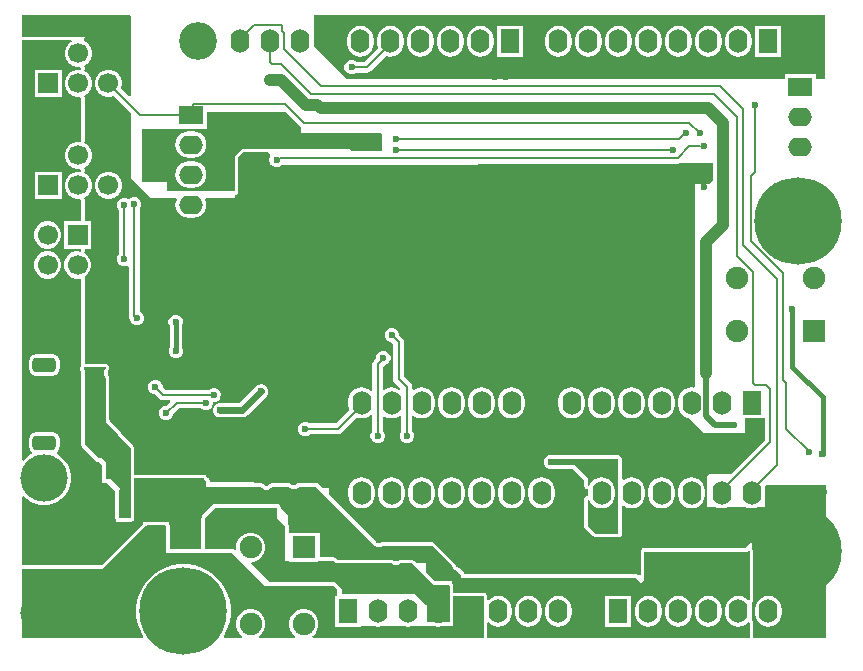
<source format=gbl>
G04*
G04 #@! TF.GenerationSoftware,Altium Limited,Altium Designer,21.0.8 (223)*
G04*
G04 Layer_Physical_Order=2*
G04 Layer_Color=16711680*
%FSLAX44Y44*%
%MOMM*%
G71*
G04*
G04 #@! TF.SameCoordinates,CB068B56-A197-48A0-A871-B344E5AE3D22*
G04*
G04*
G04 #@! TF.FilePolarity,Positive*
G04*
G01*
G75*
%ADD10C,0.2000*%
%ADD11C,0.5000*%
%ADD12C,0.4000*%
%ADD24R,1.9000X1.9000*%
%ADD64R,1.9000X1.9000*%
%ADD65C,1.9000*%
%ADD70C,0.6000*%
%ADD71C,1.0000*%
%ADD73C,3.2000*%
%ADD74R,1.6000X2.0000*%
%ADD75O,1.6000X2.0000*%
%ADD76O,2.0000X1.6000*%
%ADD77R,2.0000X1.6000*%
%ADD78R,1.7000X1.7000*%
%ADD79C,1.7000*%
G04:AMPARAMS|DCode=80|XSize=2mm|YSize=1.2mm|CornerRadius=0.3mm|HoleSize=0mm|Usage=FLASHONLY|Rotation=0.000|XOffset=0mm|YOffset=0mm|HoleType=Round|Shape=RoundedRectangle|*
%AMROUNDEDRECTD80*
21,1,2.0000,0.6000,0,0,0.0*
21,1,1.4000,1.2000,0,0,0.0*
1,1,0.6000,0.7000,-0.3000*
1,1,0.6000,-0.7000,-0.3000*
1,1,0.6000,-0.7000,0.3000*
1,1,0.6000,0.7000,0.3000*
%
%ADD80ROUNDEDRECTD80*%
%ADD81C,4.0000*%
%ADD82C,7.4000*%
%ADD83C,0.6000*%
G36*
X683000Y476000D02*
X675000D01*
Y480000D01*
X649000D01*
Y476000D01*
X278000Y476000D01*
X250000Y504000D01*
X250000Y530000D01*
X683000D01*
Y476000D01*
D02*
G37*
G36*
X94000Y530000D02*
X95000Y529586D01*
Y461788D01*
X93827Y461302D01*
X86961Y468168D01*
X87700Y470926D01*
Y473954D01*
X86916Y476879D01*
X85402Y479501D01*
X83261Y481642D01*
X80639Y483156D01*
X77714Y483940D01*
X74686D01*
X71761Y483156D01*
X69139Y481642D01*
X66998Y479501D01*
X65484Y476879D01*
X64700Y473954D01*
Y470926D01*
X65484Y468001D01*
X66998Y465379D01*
X69139Y463238D01*
X71761Y461724D01*
X74686Y460940D01*
X77714D01*
X80472Y461679D01*
X95000Y447151D01*
Y392000D01*
X112000Y375000D01*
X133105D01*
X133810Y373944D01*
X133283Y372672D01*
X132905Y369800D01*
X133283Y366928D01*
X134391Y364253D01*
X136155Y361955D01*
X138453Y360191D01*
X141128Y359083D01*
X144000Y358705D01*
X148000D01*
X150872Y359083D01*
X153547Y360191D01*
X155845Y361955D01*
X157608Y364253D01*
X158717Y366928D01*
X159095Y369800D01*
X158717Y372672D01*
X158190Y373944D01*
X158895Y375000D01*
X183000D01*
Y377941D01*
X184170Y378174D01*
X185163Y378837D01*
X185826Y379829D01*
X186059Y381000D01*
Y409733D01*
X190267Y413941D01*
X211059D01*
X213000Y412000D01*
Y410151D01*
X212500Y408943D01*
Y406557D01*
X213000Y405349D01*
Y403000D01*
X214765D01*
X215101Y402663D01*
X217306Y401750D01*
X219694D01*
X221899Y402663D01*
X222235Y403000D01*
X388000D01*
X389412Y404412D01*
X558000D01*
X559756Y404761D01*
X560113Y405000D01*
X588181D01*
Y390181D01*
X585000Y387000D01*
X573000D01*
Y215841D01*
X571730Y214777D01*
X569850Y215025D01*
X566978Y214647D01*
X564302Y213538D01*
X562005Y211775D01*
X560242Y209478D01*
X559133Y206802D01*
X558755Y203930D01*
Y199930D01*
X559133Y197058D01*
X560242Y194382D01*
X562005Y192085D01*
X564302Y190322D01*
X566978Y189213D01*
X567378Y189161D01*
X568027Y188069D01*
X568000Y188000D01*
X580000Y176000D01*
X615000D01*
Y188930D01*
X631650D01*
X631662Y187665D01*
Y170630D01*
X603031Y142000D01*
X585000D01*
X583000Y140000D01*
Y114000D01*
X589996D01*
X592378Y113013D01*
X595250Y112635D01*
X598122Y113013D01*
X600504Y114000D01*
X615396D01*
X617778Y113013D01*
X620650Y112635D01*
X623522Y113013D01*
X625904Y114000D01*
X632000D01*
Y131000D01*
X633000Y132000D01*
X684000D01*
Y3000D01*
X622059D01*
Y15605D01*
X622039Y15705D01*
X622052Y15805D01*
X621923Y16287D01*
X621826Y16776D01*
X621770Y16860D01*
X621743Y16958D01*
X621440Y17354D01*
X621163Y17768D01*
X621078Y17825D01*
X621017Y17905D01*
X621000Y17915D01*
Y32885D01*
X621017Y32895D01*
X621078Y32975D01*
X621163Y33032D01*
X621440Y33446D01*
X621743Y33842D01*
X621770Y33940D01*
X621826Y34024D01*
X621923Y34513D01*
X622052Y34995D01*
X622039Y35095D01*
X622059Y35195D01*
Y76341D01*
X621911Y77085D01*
X621826Y77511D01*
X621163Y78503D01*
X621000Y78612D01*
Y83000D01*
X620000Y84000D01*
X615059Y79059D01*
X530000D01*
X529705Y79000D01*
X528000D01*
Y78272D01*
X527837Y78163D01*
X527174Y77171D01*
X526941Y76000D01*
Y56000D01*
X524326D01*
X524163Y56163D01*
X523171Y56826D01*
X522000Y57059D01*
X522000Y57059D01*
X377848D01*
X377826Y57171D01*
X377163Y58163D01*
X373623Y61703D01*
X372631Y62366D01*
X371084Y63007D01*
X370257Y63834D01*
X369616Y65381D01*
X368953Y66373D01*
X352163Y83163D01*
X351171Y83826D01*
X350000Y84059D01*
X350000Y84059D01*
X308485D01*
X307315Y83826D01*
X307115Y83693D01*
X305585Y83059D01*
X304415D01*
X303334Y83507D01*
X302507Y84334D01*
X302396Y84600D01*
X302000Y85193D01*
Y86000D01*
X263000Y125000D01*
Y130000D01*
X257326D01*
X254163Y133163D01*
X253171Y133826D01*
X252000Y134059D01*
X252000Y134059D01*
X237485D01*
X237485Y134059D01*
X236315Y133826D01*
X235322Y133163D01*
X235322Y133163D01*
X234666Y132507D01*
X233585Y132059D01*
X232415D01*
X231334Y132507D01*
X230678Y133163D01*
X229685Y133826D01*
X228515Y134059D01*
X228515Y134059D01*
X214985D01*
X214985Y134059D01*
X213815Y133826D01*
X212822Y133163D01*
X212822Y133163D01*
X211666Y132007D01*
X210585Y131559D01*
X209415D01*
X208334Y132007D01*
X207178Y133163D01*
X206185Y133826D01*
X205015Y134059D01*
X205015Y134059D01*
X199941D01*
X199000Y135000D01*
X162059D01*
Y135748D01*
X161826Y136919D01*
X161427Y137515D01*
X161163Y137911D01*
X160459Y138382D01*
X159382Y139459D01*
X158911Y140163D01*
X158416Y140494D01*
X157919Y140826D01*
X156748Y141059D01*
X98059D01*
Y163000D01*
X98000Y163295D01*
Y164000D01*
X97776Y164245D01*
X97533Y164609D01*
X97261Y165060D01*
X77333Y186932D01*
X77059Y188303D01*
Y223015D01*
X76826Y224185D01*
X76307Y224962D01*
X76167Y225299D01*
X76108Y228056D01*
X76307Y228538D01*
X76826Y229315D01*
X77059Y230485D01*
X77059Y230485D01*
Y232000D01*
X76826Y233171D01*
X76163Y234163D01*
X75170Y234826D01*
X74000Y235059D01*
X56059D01*
Y306455D01*
X56019Y306653D01*
X56033Y306854D01*
X55904Y307233D01*
X55826Y307626D01*
X56108Y308624D01*
X56382Y309005D01*
X57061Y309398D01*
X59202Y311539D01*
X60716Y314161D01*
X61500Y317086D01*
Y320114D01*
X60716Y323039D01*
X59202Y325661D01*
X57061Y327802D01*
X56382Y328195D01*
X56108Y328576D01*
X55826Y329574D01*
X55904Y329967D01*
X56033Y330346D01*
X56019Y330547D01*
X56059Y330745D01*
Y332500D01*
X61500D01*
Y355500D01*
X56059D01*
Y374054D01*
X56019Y374252D01*
X56033Y374453D01*
X55904Y374832D01*
X55826Y375224D01*
X56649Y376178D01*
X57861Y376878D01*
X60002Y379019D01*
X61516Y381641D01*
X62300Y384566D01*
Y387594D01*
X61516Y390519D01*
X60002Y393141D01*
X57861Y395282D01*
X56649Y395982D01*
X55826Y396936D01*
X55904Y397328D01*
X56033Y397707D01*
X56019Y397909D01*
X56059Y398106D01*
Y399454D01*
X56019Y399651D01*
X56033Y399853D01*
X55904Y400232D01*
X55826Y400624D01*
X56649Y401578D01*
X57861Y402278D01*
X60002Y404419D01*
X61516Y407041D01*
X62300Y409966D01*
Y412994D01*
X61516Y415919D01*
X60002Y418541D01*
X57861Y420682D01*
X56649Y421382D01*
X55826Y422336D01*
X55904Y422728D01*
X56033Y423107D01*
X56019Y423308D01*
X56059Y423506D01*
Y460414D01*
X56019Y460611D01*
X56033Y460813D01*
X55904Y461192D01*
X55826Y461584D01*
X56649Y462538D01*
X57861Y463238D01*
X60002Y465379D01*
X61516Y468001D01*
X62300Y470926D01*
Y473954D01*
X61516Y476879D01*
X60002Y479501D01*
X57861Y481642D01*
X56649Y482342D01*
X55826Y483296D01*
X55904Y483688D01*
X56033Y484067D01*
X56019Y484268D01*
X56059Y484466D01*
Y485814D01*
X56019Y486012D01*
X56033Y486213D01*
X55904Y486592D01*
X55826Y486984D01*
X56649Y487938D01*
X57861Y488638D01*
X60002Y490779D01*
X61516Y493401D01*
X62300Y496326D01*
Y499354D01*
X61516Y502279D01*
X60002Y504901D01*
X57861Y507042D01*
X55535Y508386D01*
Y510535D01*
X57000Y512000D01*
X45085D01*
X44989Y512033D01*
X44788Y512019D01*
X44590Y512059D01*
X3000D01*
Y530000D01*
X94000D01*
D02*
G37*
G36*
X238506Y436006D02*
X239000Y435675D01*
Y430000D01*
X307000D01*
X307421Y429579D01*
Y414773D01*
X282227D01*
X280000Y417000D01*
X189000D01*
X183000Y411000D01*
Y381000D01*
X126000D01*
Y389000D01*
X105000D01*
Y434000D01*
X160000D01*
Y448000D01*
X226511D01*
X238506Y436006D01*
D02*
G37*
G36*
X44930Y507730D02*
X43739Y507042D01*
X41598Y504901D01*
X40084Y502279D01*
X39300Y499354D01*
Y496326D01*
X40084Y493401D01*
X41598Y490779D01*
X43739Y488638D01*
X46361Y487124D01*
X49286Y486340D01*
X52314D01*
X53000Y485814D01*
Y484466D01*
X52314Y483940D01*
X49286D01*
X46361Y483156D01*
X43739Y481642D01*
X41598Y479501D01*
X40084Y476879D01*
X39300Y473954D01*
Y470926D01*
X40084Y468001D01*
X41598Y465379D01*
X43739Y463238D01*
X46361Y461724D01*
X49286Y460940D01*
X52314D01*
X53000Y460414D01*
Y423506D01*
X52314Y422980D01*
X49286D01*
X46361Y422196D01*
X43739Y420682D01*
X41598Y418541D01*
X40084Y415919D01*
X39300Y412994D01*
Y409966D01*
X40084Y407041D01*
X41598Y404419D01*
X43739Y402278D01*
X46361Y400764D01*
X49286Y399980D01*
X52314D01*
X53000Y399454D01*
Y398106D01*
X52314Y397580D01*
X49286D01*
X46361Y396796D01*
X43739Y395282D01*
X41598Y393141D01*
X40084Y390519D01*
X39300Y387594D01*
Y384566D01*
X40084Y381641D01*
X41598Y379019D01*
X43739Y376878D01*
X46361Y375364D01*
X49286Y374580D01*
X52314D01*
X53000Y374054D01*
Y355500D01*
X38500D01*
Y332500D01*
X53000D01*
Y330745D01*
X51992Y329972D01*
X51514Y330100D01*
X48486D01*
X45561Y329316D01*
X42939Y327802D01*
X40798Y325661D01*
X39284Y323039D01*
X38500Y320114D01*
Y317086D01*
X39284Y314161D01*
X40798Y311539D01*
X42939Y309398D01*
X45561Y307884D01*
X48486Y307100D01*
X51514D01*
X51992Y307228D01*
X53000Y306455D01*
Y233420D01*
X52833Y233171D01*
X52347Y231997D01*
X52115Y230827D01*
X52263Y230083D01*
X52347Y229656D01*
X52941Y228767D01*
Y167000D01*
X53174Y165830D01*
X53837Y164837D01*
X53837Y164837D01*
X65837Y152837D01*
X66829Y152174D01*
X68000Y151941D01*
X68000Y151941D01*
X68059D01*
X70941Y149059D01*
Y137000D01*
X71000Y136705D01*
Y134000D01*
X73705D01*
X74000Y133941D01*
X75059D01*
X81941Y127059D01*
Y104000D01*
X82174Y102830D01*
X82837Y101837D01*
X83829Y101174D01*
X85000Y100941D01*
X94000D01*
X94000Y100941D01*
X95170Y101174D01*
X96163Y101837D01*
X96163Y101837D01*
X96326Y102000D01*
X97000D01*
X98000Y103000D01*
Y104705D01*
X98059Y105000D01*
X98059Y105000D01*
Y138000D01*
X156748D01*
X156913Y137601D01*
X158601Y135913D01*
X159000Y135748D01*
Y131000D01*
X205015D01*
X206601Y129413D01*
X208806Y128500D01*
X211194D01*
X213399Y129413D01*
X214985Y131000D01*
X228515D01*
X229601Y129914D01*
X231807Y129000D01*
X234193D01*
X236399Y129914D01*
X237485Y131000D01*
X252000D01*
X299570Y83430D01*
X299913Y82601D01*
X301601Y80913D01*
X303806Y80000D01*
X306194D01*
X308399Y80913D01*
X308485Y81000D01*
X350000D01*
X366790Y64210D01*
X367663Y62101D01*
X369351Y60413D01*
X371460Y59540D01*
X375000Y56000D01*
Y54000D01*
X522000D01*
X527000Y49000D01*
X530000Y52000D01*
Y76000D01*
X617000D01*
X617827Y76827D01*
X619000Y76341D01*
Y35195D01*
X617797Y34786D01*
X617445Y35245D01*
X615148Y37009D01*
X612472Y38117D01*
X609600Y38495D01*
X606728Y38117D01*
X604053Y37009D01*
X601755Y35245D01*
X599991Y32947D01*
X598883Y30272D01*
X598505Y27400D01*
Y23400D01*
X598883Y20528D01*
X599991Y17852D01*
X601755Y15555D01*
X604053Y13792D01*
X606728Y12683D01*
X609600Y12305D01*
X612472Y12683D01*
X615148Y13792D01*
X617445Y15555D01*
X617797Y16014D01*
X619000Y15605D01*
Y3000D01*
X397059D01*
Y15529D01*
X398261Y15937D01*
X398555Y15555D01*
X400853Y13792D01*
X403528Y12683D01*
X406400Y12305D01*
X409272Y12683D01*
X411948Y13792D01*
X414245Y15555D01*
X416008Y17852D01*
X417117Y20528D01*
X417495Y23400D01*
Y27400D01*
X417117Y30272D01*
X416008Y32947D01*
X414245Y35245D01*
X411948Y37009D01*
X409272Y38117D01*
X406400Y38495D01*
X403528Y38117D01*
X400853Y37009D01*
X398555Y35245D01*
X398261Y34863D01*
X397059Y35271D01*
Y38000D01*
X396826Y39170D01*
X396163Y40163D01*
X396000Y40272D01*
Y41000D01*
X394296D01*
X394000Y41059D01*
X368059D01*
Y47102D01*
X367826Y48273D01*
X367163Y49265D01*
X367163Y49265D01*
X367000Y49428D01*
Y51000D01*
X364398D01*
X364102Y51059D01*
X364102Y51059D01*
X352941Y51059D01*
X345000Y59000D01*
Y66000D01*
X337326D01*
X335163Y68163D01*
X335163Y68163D01*
X334170Y68826D01*
X333000Y69059D01*
X333000Y69059D01*
X323438D01*
X322267Y68826D01*
X321509Y68319D01*
X320295Y67817D01*
X319125D01*
X317912Y68319D01*
X317153Y68826D01*
X315983Y69059D01*
X315983Y69059D01*
X270267Y69059D01*
X269163Y70163D01*
X268171Y70826D01*
X267000Y71059D01*
X267000Y71059D01*
X255000D01*
Y92000D01*
X229059D01*
Y97000D01*
X229059Y97000D01*
X228826Y98170D01*
X228163Y99163D01*
X228163Y99163D01*
X228000Y99326D01*
Y107000D01*
X222059Y112941D01*
Y113000D01*
X221826Y114171D01*
X221163Y115163D01*
X220170Y115826D01*
X219000Y116059D01*
X167000D01*
X167000Y116059D01*
X166704Y116000D01*
X165000D01*
X155000Y106000D01*
Y104296D01*
X154941Y104000D01*
X154941Y104000D01*
Y78059D01*
X142321D01*
X142123Y78019D01*
X141921Y78033D01*
X141600Y77990D01*
X141279Y78033D01*
X141077Y78019D01*
X140879Y78059D01*
X128059Y78059D01*
X128059Y98000D01*
X127826Y99171D01*
X127200Y100107D01*
Y101000D01*
X125295D01*
X125000Y101059D01*
X108000Y101059D01*
X107704Y101000D01*
X105200D01*
Y99526D01*
X70674Y65000D01*
X4000D01*
X3000Y65796D01*
Y122427D01*
X4270Y122953D01*
X7088Y120135D01*
X10855Y117618D01*
X15041Y115884D01*
X19485Y115000D01*
X24015D01*
X28459Y115884D01*
X32645Y117618D01*
X36412Y120135D01*
X39615Y123338D01*
X42132Y127105D01*
X43866Y131291D01*
X44750Y135735D01*
Y140265D01*
X43866Y144709D01*
X42132Y148895D01*
X39615Y152662D01*
X36412Y155865D01*
X32645Y158382D01*
X32356Y158502D01*
X32215Y159935D01*
X33321Y160674D01*
X34647Y162659D01*
X35113Y165000D01*
Y171000D01*
X34647Y173341D01*
X33321Y175326D01*
X31336Y176652D01*
X28995Y177118D01*
X14995D01*
X12654Y176652D01*
X10669Y175326D01*
X9343Y173341D01*
X8878Y171000D01*
Y165000D01*
X9343Y162659D01*
X10669Y160674D01*
X11588Y160060D01*
X11447Y158627D01*
X10855Y158382D01*
X7088Y155865D01*
X4270Y153047D01*
X3000Y153573D01*
Y509000D01*
X44590D01*
X44930Y507730D01*
D02*
G37*
G36*
X74000Y230485D02*
X73664Y230149D01*
X72750Y227943D01*
Y225557D01*
X73664Y223351D01*
X74000Y223015D01*
Y188000D01*
X74500Y185500D01*
X95000Y163000D01*
Y105000D01*
X94000Y104000D01*
X85000D01*
Y128000D01*
X86000Y129000D01*
X78000Y137000D01*
X74000D01*
Y152000D01*
X71000Y155000D01*
X68000Y155000D01*
X56000Y167000D01*
Y230000D01*
X55173Y230827D01*
X55659Y232000D01*
X74000D01*
Y230485D01*
D02*
G37*
G36*
X219000Y104000D02*
X226000Y97000D01*
Y68000D01*
X229000D01*
Y67000D01*
X254000D01*
Y68000D01*
X267000D01*
X269000Y66000D01*
X315983Y66000D01*
X316312Y65671D01*
X318517Y64758D01*
X320904D01*
X323109Y65671D01*
X323438Y66000D01*
X333000D01*
X351000Y48000D01*
X364102Y48000D01*
X365000Y47102D01*
Y38295D01*
X364941Y38000D01*
Y16059D01*
X359237D01*
X358066Y15826D01*
X357673Y15663D01*
X355600Y15390D01*
X353527Y15663D01*
X353134Y15826D01*
X351963Y16059D01*
X346000D01*
Y31000D01*
X345000D01*
X336000Y40000D01*
X274000D01*
Y44000D01*
X272819Y45181D01*
X272163Y46163D01*
X272163Y46163D01*
X269163Y49163D01*
X268181Y49819D01*
X268000Y50000D01*
X267296D01*
X267000Y50059D01*
X267000Y50059D01*
X212941D01*
X197173Y65827D01*
X197659Y67000D01*
X198146D01*
X201325Y67852D01*
X204175Y69497D01*
X206502Y71825D01*
X208148Y74675D01*
X209000Y77854D01*
Y81146D01*
X208148Y84325D01*
X206502Y87175D01*
X204175Y89502D01*
X201325Y91148D01*
X198146Y92000D01*
X194854D01*
X191675Y91148D01*
X188825Y89502D01*
X186497Y87175D01*
X184852Y84325D01*
X184000Y81146D01*
Y78086D01*
X183842Y77912D01*
X183470Y77653D01*
X182807Y77401D01*
X182171Y77826D01*
X181000Y78059D01*
X181000Y78059D01*
X167721D01*
X167523Y78019D01*
X167322Y78033D01*
X167000Y77990D01*
X166678Y78033D01*
X166477Y78019D01*
X166279Y78059D01*
X158000D01*
Y104000D01*
X167000Y113000D01*
X219000D01*
Y104000D01*
D02*
G37*
G36*
X125000Y98000D02*
X125000Y75000D01*
X140879Y75000D01*
X141600Y74905D01*
X142321Y75000D01*
X166279D01*
X167000Y74905D01*
X167721Y75000D01*
X181000D01*
X209000Y47000D01*
X267000D01*
X270000Y44000D01*
Y38400D01*
X268400D01*
Y12400D01*
X290400D01*
Y13000D01*
X301163D01*
X301928Y12683D01*
X304800Y12305D01*
X307672Y12683D01*
X308437Y13000D01*
X326563D01*
X327328Y12683D01*
X330200Y12305D01*
X333072Y12683D01*
X333837Y13000D01*
X351963D01*
X352728Y12683D01*
X355600Y12305D01*
X358472Y12683D01*
X359237Y13000D01*
X367000D01*
X368000Y14000D01*
Y38000D01*
X394000D01*
Y3000D01*
X249035D01*
X248706Y4227D01*
X249175Y4498D01*
X251502Y6825D01*
X253148Y9675D01*
X254000Y12854D01*
Y16146D01*
X253148Y19325D01*
X251502Y22175D01*
X249175Y24502D01*
X246325Y26148D01*
X243146Y27000D01*
X239854D01*
X236675Y26148D01*
X233825Y24502D01*
X231497Y22175D01*
X229852Y19325D01*
X229000Y16146D01*
Y12854D01*
X229852Y9675D01*
X231497Y6825D01*
X233825Y4498D01*
X234294Y4227D01*
X233965Y3000D01*
X204035D01*
X203706Y4227D01*
X204175Y4498D01*
X206502Y6825D01*
X208148Y9675D01*
X209000Y12854D01*
Y16146D01*
X208148Y19325D01*
X206502Y22175D01*
X204175Y24502D01*
X201325Y26148D01*
X198146Y27000D01*
X194854D01*
X191675Y26148D01*
X188825Y24502D01*
X186497Y22175D01*
X184852Y19325D01*
X184000Y16146D01*
Y12854D01*
X184852Y9675D01*
X186497Y6825D01*
X188825Y4498D01*
X189294Y4227D01*
X188965Y3000D01*
X174267D01*
X173690Y4132D01*
X173911Y4435D01*
X176770Y10045D01*
X178715Y16033D01*
X179700Y22252D01*
Y28548D01*
X178715Y34767D01*
X176770Y40755D01*
X173911Y46365D01*
X170210Y51458D01*
X165758Y55910D01*
X160665Y59611D01*
X155055Y62470D01*
X149067Y64415D01*
X142848Y65400D01*
X136552D01*
X130333Y64415D01*
X124345Y62470D01*
X118735Y59611D01*
X113642Y55910D01*
X109190Y51458D01*
X105489Y46365D01*
X102631Y40755D01*
X100685Y34767D01*
X99700Y28548D01*
Y22252D01*
X100685Y16033D01*
X102631Y10045D01*
X105489Y4435D01*
X105710Y4132D01*
X105133Y3000D01*
X3000D01*
Y61000D01*
X71000Y61000D01*
X108000Y98000D01*
X125000Y98000D01*
D02*
G37*
%LPC*%
G36*
X646000Y521000D02*
X624000D01*
Y495000D01*
X646000D01*
Y521000D01*
D02*
G37*
G36*
X427560D02*
X405560D01*
Y495000D01*
X427560D01*
Y521000D01*
D02*
G37*
G36*
X609600Y521095D02*
X606728Y520717D01*
X604053Y519608D01*
X601755Y517845D01*
X599991Y515547D01*
X598883Y512872D01*
X598505Y510000D01*
Y506000D01*
X598883Y503128D01*
X599991Y500452D01*
X601755Y498155D01*
X604053Y496391D01*
X606728Y495283D01*
X609600Y494905D01*
X612472Y495283D01*
X615148Y496391D01*
X617445Y498155D01*
X619208Y500452D01*
X620317Y503128D01*
X620695Y506000D01*
Y510000D01*
X620317Y512872D01*
X619208Y515547D01*
X617445Y517845D01*
X615148Y519608D01*
X612472Y520717D01*
X609600Y521095D01*
D02*
G37*
G36*
X584200D02*
X581328Y520717D01*
X578652Y519608D01*
X576355Y517845D01*
X574591Y515547D01*
X573483Y512872D01*
X573105Y510000D01*
Y506000D01*
X573483Y503128D01*
X574591Y500452D01*
X576355Y498155D01*
X578652Y496391D01*
X581328Y495283D01*
X584200Y494905D01*
X587072Y495283D01*
X589748Y496391D01*
X592045Y498155D01*
X593809Y500452D01*
X594917Y503128D01*
X595295Y506000D01*
Y510000D01*
X594917Y512872D01*
X593809Y515547D01*
X592045Y517845D01*
X589748Y519608D01*
X587072Y520717D01*
X584200Y521095D01*
D02*
G37*
G36*
X558800D02*
X555928Y520717D01*
X553252Y519608D01*
X550955Y517845D01*
X549192Y515547D01*
X548083Y512872D01*
X547705Y510000D01*
Y506000D01*
X548083Y503128D01*
X549192Y500452D01*
X550955Y498155D01*
X553252Y496391D01*
X555928Y495283D01*
X558800Y494905D01*
X561672Y495283D01*
X564347Y496391D01*
X566645Y498155D01*
X568409Y500452D01*
X569517Y503128D01*
X569895Y506000D01*
Y510000D01*
X569517Y512872D01*
X568409Y515547D01*
X566645Y517845D01*
X564347Y519608D01*
X561672Y520717D01*
X558800Y521095D01*
D02*
G37*
G36*
X533400D02*
X530528Y520717D01*
X527853Y519608D01*
X525555Y517845D01*
X523792Y515547D01*
X522683Y512872D01*
X522305Y510000D01*
Y506000D01*
X522683Y503128D01*
X523792Y500452D01*
X525555Y498155D01*
X527853Y496391D01*
X530528Y495283D01*
X533400Y494905D01*
X536272Y495283D01*
X538947Y496391D01*
X541245Y498155D01*
X543008Y500452D01*
X544117Y503128D01*
X544495Y506000D01*
Y510000D01*
X544117Y512872D01*
X543008Y515547D01*
X541245Y517845D01*
X538947Y519608D01*
X536272Y520717D01*
X533400Y521095D01*
D02*
G37*
G36*
X508000D02*
X505128Y520717D01*
X502453Y519608D01*
X500155Y517845D01*
X498391Y515547D01*
X497283Y512872D01*
X496905Y510000D01*
Y506000D01*
X497283Y503128D01*
X498391Y500452D01*
X500155Y498155D01*
X502453Y496391D01*
X505128Y495283D01*
X508000Y494905D01*
X510872Y495283D01*
X513548Y496391D01*
X515845Y498155D01*
X517608Y500452D01*
X518717Y503128D01*
X519095Y506000D01*
Y510000D01*
X518717Y512872D01*
X517608Y515547D01*
X515845Y517845D01*
X513548Y519608D01*
X510872Y520717D01*
X508000Y521095D01*
D02*
G37*
G36*
X482600D02*
X479728Y520717D01*
X477052Y519608D01*
X474755Y517845D01*
X472991Y515547D01*
X471883Y512872D01*
X471505Y510000D01*
Y506000D01*
X471883Y503128D01*
X472991Y500452D01*
X474755Y498155D01*
X477052Y496391D01*
X479728Y495283D01*
X482600Y494905D01*
X485472Y495283D01*
X488148Y496391D01*
X490445Y498155D01*
X492209Y500452D01*
X493317Y503128D01*
X493695Y506000D01*
Y510000D01*
X493317Y512872D01*
X492209Y515547D01*
X490445Y517845D01*
X488148Y519608D01*
X485472Y520717D01*
X482600Y521095D01*
D02*
G37*
G36*
X457200D02*
X454328Y520717D01*
X451652Y519608D01*
X449355Y517845D01*
X447592Y515547D01*
X446483Y512872D01*
X446105Y510000D01*
Y506000D01*
X446483Y503128D01*
X447592Y500452D01*
X449355Y498155D01*
X451652Y496391D01*
X454328Y495283D01*
X457200Y494905D01*
X460072Y495283D01*
X462747Y496391D01*
X465045Y498155D01*
X466809Y500452D01*
X467917Y503128D01*
X468295Y506000D01*
Y510000D01*
X467917Y512872D01*
X466809Y515547D01*
X465045Y517845D01*
X462747Y519608D01*
X460072Y520717D01*
X457200Y521095D01*
D02*
G37*
G36*
X391160D02*
X388288Y520717D01*
X385612Y519608D01*
X383315Y517845D01*
X381552Y515547D01*
X380443Y512872D01*
X380065Y510000D01*
Y506000D01*
X380443Y503128D01*
X381552Y500452D01*
X383315Y498155D01*
X385612Y496391D01*
X388288Y495283D01*
X391160Y494905D01*
X394032Y495283D01*
X396707Y496391D01*
X399005Y498155D01*
X400769Y500452D01*
X401877Y503128D01*
X402255Y506000D01*
Y510000D01*
X401877Y512872D01*
X400769Y515547D01*
X399005Y517845D01*
X396707Y519608D01*
X394032Y520717D01*
X391160Y521095D01*
D02*
G37*
G36*
X365760D02*
X362888Y520717D01*
X360213Y519608D01*
X357915Y517845D01*
X356152Y515547D01*
X355043Y512872D01*
X354665Y510000D01*
Y506000D01*
X355043Y503128D01*
X356152Y500452D01*
X357915Y498155D01*
X360213Y496391D01*
X362888Y495283D01*
X365760Y494905D01*
X368632Y495283D01*
X371307Y496391D01*
X373605Y498155D01*
X375368Y500452D01*
X376477Y503128D01*
X376855Y506000D01*
Y510000D01*
X376477Y512872D01*
X375368Y515547D01*
X373605Y517845D01*
X371307Y519608D01*
X368632Y520717D01*
X365760Y521095D01*
D02*
G37*
G36*
X340360D02*
X337488Y520717D01*
X334813Y519608D01*
X332515Y517845D01*
X330751Y515547D01*
X329643Y512872D01*
X329265Y510000D01*
Y506000D01*
X329643Y503128D01*
X330751Y500452D01*
X332515Y498155D01*
X334813Y496391D01*
X337488Y495283D01*
X340360Y494905D01*
X343232Y495283D01*
X345908Y496391D01*
X348205Y498155D01*
X349968Y500452D01*
X351077Y503128D01*
X351455Y506000D01*
Y510000D01*
X351077Y512872D01*
X349968Y515547D01*
X348205Y517845D01*
X345908Y519608D01*
X343232Y520717D01*
X340360Y521095D01*
D02*
G37*
G36*
X314960D02*
X312088Y520717D01*
X309412Y519608D01*
X307115Y517845D01*
X305352Y515547D01*
X304243Y512872D01*
X303865Y510000D01*
Y506000D01*
X304243Y503128D01*
X304641Y502169D01*
X293060Y490588D01*
X285897D01*
X285399Y491087D01*
X283193Y492000D01*
X280807D01*
X278601Y491087D01*
X276913Y489399D01*
X276000Y487193D01*
Y484807D01*
X276913Y482601D01*
X278601Y480913D01*
X280807Y480000D01*
X283193D01*
X285399Y480913D01*
X285897Y481412D01*
X294960D01*
X296716Y481761D01*
X298204Y482756D01*
X311129Y495681D01*
X312088Y495283D01*
X314960Y494905D01*
X317832Y495283D01*
X320508Y496391D01*
X322805Y498155D01*
X324568Y500452D01*
X325677Y503128D01*
X326055Y506000D01*
Y510000D01*
X325677Y512872D01*
X324568Y515547D01*
X322805Y517845D01*
X320508Y519608D01*
X317832Y520717D01*
X314960Y521095D01*
D02*
G37*
G36*
X289560D02*
X286688Y520717D01*
X284013Y519608D01*
X281715Y517845D01*
X279951Y515547D01*
X278843Y512872D01*
X278465Y510000D01*
Y506000D01*
X278843Y503128D01*
X279951Y500452D01*
X281715Y498155D01*
X284013Y496391D01*
X286688Y495283D01*
X289560Y494905D01*
X292432Y495283D01*
X295107Y496391D01*
X297405Y498155D01*
X299168Y500452D01*
X300277Y503128D01*
X300655Y506000D01*
Y510000D01*
X300277Y512872D01*
X299168Y515547D01*
X297405Y517845D01*
X295107Y519608D01*
X292432Y520717D01*
X289560Y521095D01*
D02*
G37*
G36*
X77714Y397580D02*
X74686D01*
X71761Y396796D01*
X69139Y395282D01*
X66998Y393141D01*
X65484Y390519D01*
X64700Y387594D01*
Y384566D01*
X65484Y381641D01*
X66998Y379019D01*
X69139Y376878D01*
X71761Y375364D01*
X74686Y374580D01*
X77714D01*
X80639Y375364D01*
X83261Y376878D01*
X85402Y379019D01*
X86916Y381641D01*
X87700Y384566D01*
Y387594D01*
X86916Y390519D01*
X85402Y393141D01*
X83261Y395282D01*
X80639Y396796D01*
X77714Y397580D01*
D02*
G37*
G36*
X99193Y376000D02*
X96806D01*
X94601Y375087D01*
X93375Y373860D01*
X93149Y374087D01*
X90943Y375000D01*
X88556D01*
X86351Y374087D01*
X84663Y372399D01*
X83750Y370193D01*
Y367807D01*
X84663Y365601D01*
X84912Y365353D01*
Y327397D01*
X84413Y326899D01*
X83500Y324693D01*
Y322307D01*
X84413Y320101D01*
X86101Y318413D01*
X88307Y317500D01*
X90694D01*
X92142Y318100D01*
X93412Y317267D01*
Y275750D01*
X93761Y273994D01*
X94250Y273263D01*
Y272306D01*
X95163Y270101D01*
X96851Y268414D01*
X99057Y267500D01*
X101444D01*
X103649Y268414D01*
X105337Y270101D01*
X106250Y272306D01*
Y274694D01*
X105337Y276899D01*
X103649Y278587D01*
X102588Y279026D01*
Y366103D01*
X103087Y366601D01*
X104000Y368806D01*
Y371194D01*
X103087Y373399D01*
X101399Y375087D01*
X99193Y376000D01*
D02*
G37*
G36*
X134193Y276500D02*
X131806D01*
X129601Y275586D01*
X127913Y273899D01*
X127000Y271693D01*
Y269307D01*
X127913Y267101D01*
X128152Y266863D01*
Y249114D01*
X127937Y248899D01*
X127023Y246693D01*
Y244307D01*
X127937Y242101D01*
X129625Y240413D01*
X131830Y239500D01*
X134217D01*
X136422Y240413D01*
X138110Y242101D01*
X139023Y244307D01*
Y246693D01*
X138348Y248324D01*
Y267732D01*
X139000Y269307D01*
Y271693D01*
X138087Y273899D01*
X136399Y275586D01*
X134193Y276500D01*
D02*
G37*
G36*
X317194Y265000D02*
X314806D01*
X312601Y264086D01*
X310913Y262399D01*
X310000Y260194D01*
Y257806D01*
X310913Y255601D01*
X312601Y253913D01*
X314806Y253000D01*
X315511D01*
X317162Y251350D01*
Y222094D01*
X317511Y220338D01*
X318506Y218850D01*
X323331Y214024D01*
X323277Y213697D01*
X321900Y213153D01*
X321398Y213538D01*
X318722Y214647D01*
X315850Y215025D01*
X312978Y214647D01*
X310303Y213538D01*
X309727Y213097D01*
X308588Y213659D01*
Y232493D01*
X310095Y234000D01*
X310194D01*
X312399Y234913D01*
X314086Y236601D01*
X315000Y238806D01*
Y241194D01*
X314086Y243399D01*
X312399Y245087D01*
X310194Y246000D01*
X307806D01*
X305601Y245087D01*
X303913Y243399D01*
X303000Y241194D01*
Y239882D01*
X300756Y237638D01*
X299761Y236149D01*
X299412Y234393D01*
Y212188D01*
X298142Y211893D01*
X295998Y213538D01*
X293322Y214647D01*
X290450Y215025D01*
X287578Y214647D01*
X284902Y213538D01*
X282605Y211775D01*
X280842Y209478D01*
X279733Y206802D01*
X279355Y203930D01*
Y199930D01*
X279733Y197058D01*
X280131Y196099D01*
X268619Y184588D01*
X246897D01*
X246399Y185086D01*
X244193Y186000D01*
X241807D01*
X239601Y185086D01*
X237913Y183399D01*
X237000Y181194D01*
Y178806D01*
X237913Y176601D01*
X239601Y174913D01*
X241807Y174000D01*
X244193D01*
X246399Y174913D01*
X246897Y175412D01*
X270520D01*
X272276Y175761D01*
X273764Y176756D01*
X286619Y189611D01*
X287578Y189213D01*
X290450Y188835D01*
X293322Y189213D01*
X295998Y190322D01*
X298142Y191967D01*
X299412Y191672D01*
Y177647D01*
X298913Y177149D01*
X298000Y174944D01*
Y172556D01*
X298913Y170351D01*
X300601Y168663D01*
X302806Y167750D01*
X305194D01*
X307399Y168663D01*
X309087Y170351D01*
X310000Y172556D01*
Y174944D01*
X309087Y177149D01*
X308588Y177647D01*
Y190201D01*
X309727Y190763D01*
X310303Y190322D01*
X312978Y189213D01*
X315850Y188835D01*
X318722Y189213D01*
X321398Y190322D01*
X322892Y191468D01*
X324162Y190842D01*
Y177897D01*
X323663Y177399D01*
X322750Y175194D01*
Y172806D01*
X323663Y170601D01*
X325351Y168913D01*
X327556Y168000D01*
X329944D01*
X332149Y168913D01*
X333837Y170601D01*
X334750Y172806D01*
Y175194D01*
X333837Y177399D01*
X333338Y177897D01*
Y190535D01*
X334608Y191161D01*
X335703Y190322D01*
X338378Y189213D01*
X341250Y188835D01*
X344122Y189213D01*
X346797Y190322D01*
X349095Y192085D01*
X350858Y194382D01*
X351967Y197058D01*
X352345Y199930D01*
Y203930D01*
X351967Y206802D01*
X350858Y209478D01*
X349095Y211775D01*
X346797Y213538D01*
X344122Y214647D01*
X341250Y215025D01*
X338378Y214647D01*
X335703Y213538D01*
X334608Y212699D01*
X333338Y213325D01*
Y215094D01*
X332989Y216850D01*
X331994Y218338D01*
X326338Y223995D01*
Y253250D01*
X325989Y255006D01*
X324994Y256494D01*
X322000Y259489D01*
Y260194D01*
X321087Y262399D01*
X319399Y264086D01*
X317194Y265000D01*
D02*
G37*
G36*
X117193Y221000D02*
X114806D01*
X112601Y220087D01*
X110913Y218399D01*
X110000Y216194D01*
Y213806D01*
X110913Y211601D01*
X112601Y209913D01*
X114806Y209000D01*
X115511D01*
X119256Y205256D01*
X120744Y204261D01*
X122500Y203912D01*
X128014D01*
X128500Y202738D01*
X124761Y199000D01*
X123556D01*
X121351Y198086D01*
X119663Y196399D01*
X118750Y194193D01*
Y191807D01*
X119663Y189601D01*
X121351Y187913D01*
X123556Y187000D01*
X125943D01*
X128149Y187913D01*
X129837Y189601D01*
X130750Y191807D01*
Y192011D01*
X135900Y197162D01*
X154603D01*
X155101Y196663D01*
X157306Y195750D01*
X159693D01*
X161899Y196663D01*
X163587Y198351D01*
X164500Y200557D01*
Y202500D01*
X166693D01*
X168899Y203413D01*
X170587Y205101D01*
X171500Y207306D01*
Y209694D01*
X170587Y211899D01*
X168899Y213587D01*
X166693Y214500D01*
X164307D01*
X162101Y213587D01*
X161603Y213088D01*
X124401D01*
X122000Y215489D01*
Y216194D01*
X121087Y218399D01*
X119399Y220087D01*
X117193Y221000D01*
D02*
G37*
G36*
X205500Y217617D02*
X204909Y217500D01*
X204307D01*
X203750Y217269D01*
X203159Y217152D01*
X202658Y216817D01*
X202101Y216587D01*
X201675Y216161D01*
X201174Y215826D01*
X187091Y201742D01*
X170854D01*
X170263Y201625D01*
X169661D01*
X169104Y201394D01*
X168513Y201277D01*
X168012Y200942D01*
X167456Y200712D01*
X167030Y200285D01*
X166529Y199951D01*
X166194Y199450D01*
X165768Y199024D01*
X165537Y198467D01*
X165203Y197966D01*
X165085Y197375D01*
X164854Y196819D01*
Y196216D01*
X164737Y195625D01*
X164854Y195034D01*
Y194431D01*
X165085Y193875D01*
X165203Y193284D01*
X165537Y192783D01*
X165768Y192226D01*
X166194Y191800D01*
X166529Y191299D01*
X167030Y190965D01*
X167456Y190539D01*
X168012Y190308D01*
X168513Y189973D01*
X169104Y189856D01*
X169661Y189625D01*
X170263D01*
X170854Y189508D01*
X189625D01*
X191966Y189973D01*
X193951Y191299D01*
X209826Y207174D01*
X210161Y207675D01*
X210587Y208101D01*
X210817Y208658D01*
X211152Y209159D01*
X211269Y209750D01*
X211500Y210306D01*
Y210909D01*
X211618Y211500D01*
X211500Y212091D01*
Y212694D01*
X211269Y213250D01*
X211152Y213841D01*
X210817Y214342D01*
X210587Y214899D01*
X210161Y215325D01*
X209826Y215826D01*
X209325Y216161D01*
X208899Y216587D01*
X208342Y216817D01*
X207841Y217152D01*
X207250Y217269D01*
X206693Y217500D01*
X206091D01*
X205500Y217617D01*
D02*
G37*
G36*
X544450Y215025D02*
X541578Y214647D01*
X538903Y213538D01*
X536605Y211775D01*
X534841Y209478D01*
X533733Y206802D01*
X533355Y203930D01*
Y199930D01*
X533733Y197058D01*
X534841Y194382D01*
X536605Y192085D01*
X538903Y190322D01*
X541578Y189213D01*
X544450Y188835D01*
X547322Y189213D01*
X549997Y190322D01*
X552295Y192085D01*
X554058Y194382D01*
X555167Y197058D01*
X555545Y199930D01*
Y203930D01*
X555167Y206802D01*
X554058Y209478D01*
X552295Y211775D01*
X549997Y213538D01*
X547322Y214647D01*
X544450Y215025D01*
D02*
G37*
G36*
X519050D02*
X516178Y214647D01*
X513503Y213538D01*
X511205Y211775D01*
X509441Y209478D01*
X508333Y206802D01*
X507955Y203930D01*
Y199930D01*
X508333Y197058D01*
X509441Y194382D01*
X511205Y192085D01*
X513503Y190322D01*
X516178Y189213D01*
X519050Y188835D01*
X521922Y189213D01*
X524598Y190322D01*
X526895Y192085D01*
X528658Y194382D01*
X529767Y197058D01*
X530145Y199930D01*
Y203930D01*
X529767Y206802D01*
X528658Y209478D01*
X526895Y211775D01*
X524598Y213538D01*
X521922Y214647D01*
X519050Y215025D01*
D02*
G37*
G36*
X493650D02*
X490778Y214647D01*
X488102Y213538D01*
X485805Y211775D01*
X484041Y209478D01*
X482933Y206802D01*
X482555Y203930D01*
Y199930D01*
X482933Y197058D01*
X484041Y194382D01*
X485805Y192085D01*
X488102Y190322D01*
X490778Y189213D01*
X493650Y188835D01*
X496522Y189213D01*
X499198Y190322D01*
X501495Y192085D01*
X503259Y194382D01*
X504367Y197058D01*
X504745Y199930D01*
Y203930D01*
X504367Y206802D01*
X503259Y209478D01*
X501495Y211775D01*
X499198Y213538D01*
X496522Y214647D01*
X493650Y215025D01*
D02*
G37*
G36*
X468250D02*
X465378Y214647D01*
X462702Y213538D01*
X460405Y211775D01*
X458642Y209478D01*
X457533Y206802D01*
X457155Y203930D01*
Y199930D01*
X457533Y197058D01*
X458642Y194382D01*
X460405Y192085D01*
X462702Y190322D01*
X465378Y189213D01*
X468250Y188835D01*
X471122Y189213D01*
X473797Y190322D01*
X476095Y192085D01*
X477859Y194382D01*
X478967Y197058D01*
X479345Y199930D01*
Y203930D01*
X478967Y206802D01*
X477859Y209478D01*
X476095Y211775D01*
X473797Y213538D01*
X471122Y214647D01*
X468250Y215025D01*
D02*
G37*
G36*
X417450D02*
X414578Y214647D01*
X411903Y213538D01*
X409605Y211775D01*
X407841Y209478D01*
X406733Y206802D01*
X406355Y203930D01*
Y199930D01*
X406733Y197058D01*
X407841Y194382D01*
X409605Y192085D01*
X411903Y190322D01*
X414578Y189213D01*
X417450Y188835D01*
X420322Y189213D01*
X422998Y190322D01*
X425295Y192085D01*
X427058Y194382D01*
X428167Y197058D01*
X428545Y199930D01*
Y203930D01*
X428167Y206802D01*
X427058Y209478D01*
X425295Y211775D01*
X422998Y213538D01*
X420322Y214647D01*
X417450Y215025D01*
D02*
G37*
G36*
X392050D02*
X389178Y214647D01*
X386502Y213538D01*
X384205Y211775D01*
X382441Y209478D01*
X381333Y206802D01*
X380955Y203930D01*
Y199930D01*
X381333Y197058D01*
X382441Y194382D01*
X384205Y192085D01*
X386502Y190322D01*
X389178Y189213D01*
X392050Y188835D01*
X394922Y189213D01*
X397598Y190322D01*
X399895Y192085D01*
X401659Y194382D01*
X402767Y197058D01*
X403145Y199930D01*
Y203930D01*
X402767Y206802D01*
X401659Y209478D01*
X399895Y211775D01*
X397598Y213538D01*
X394922Y214647D01*
X392050Y215025D01*
D02*
G37*
G36*
X366650D02*
X363778Y214647D01*
X361102Y213538D01*
X358805Y211775D01*
X357042Y209478D01*
X355933Y206802D01*
X355555Y203930D01*
Y199930D01*
X355933Y197058D01*
X357042Y194382D01*
X358805Y192085D01*
X361102Y190322D01*
X363778Y189213D01*
X366650Y188835D01*
X369522Y189213D01*
X372197Y190322D01*
X374495Y192085D01*
X376259Y194382D01*
X377367Y197058D01*
X377745Y199930D01*
Y203930D01*
X377367Y206802D01*
X376259Y209478D01*
X374495Y211775D01*
X372197Y213538D01*
X369522Y214647D01*
X366650Y215025D01*
D02*
G37*
G36*
X569850Y138825D02*
X566978Y138447D01*
X564302Y137338D01*
X562005Y135575D01*
X560242Y133278D01*
X559133Y130602D01*
X558755Y127730D01*
Y123730D01*
X559133Y120858D01*
X560242Y118182D01*
X562005Y115885D01*
X564302Y114122D01*
X566978Y113013D01*
X569850Y112635D01*
X572722Y113013D01*
X575397Y114122D01*
X577695Y115885D01*
X579459Y118182D01*
X580567Y120858D01*
X580945Y123730D01*
Y127730D01*
X580567Y130602D01*
X579459Y133278D01*
X577695Y135575D01*
X575397Y137338D01*
X572722Y138447D01*
X569850Y138825D01*
D02*
G37*
G36*
X544450D02*
X541578Y138447D01*
X538903Y137338D01*
X536605Y135575D01*
X534841Y133278D01*
X533733Y130602D01*
X533355Y127730D01*
Y123730D01*
X533733Y120858D01*
X534841Y118182D01*
X536605Y115885D01*
X538903Y114122D01*
X541578Y113013D01*
X544450Y112635D01*
X547322Y113013D01*
X549997Y114122D01*
X552295Y115885D01*
X554058Y118182D01*
X555167Y120858D01*
X555545Y123730D01*
Y127730D01*
X555167Y130602D01*
X554058Y133278D01*
X552295Y135575D01*
X549997Y137338D01*
X547322Y138447D01*
X544450Y138825D01*
D02*
G37*
G36*
X451932Y157748D02*
X449545D01*
X447340Y156835D01*
X445652Y155147D01*
X444738Y152942D01*
Y150555D01*
X445652Y148349D01*
X447340Y146662D01*
X449545Y145748D01*
X451932D01*
X452398Y145941D01*
X469733D01*
X478941Y136733D01*
Y131667D01*
X479000Y131372D01*
Y131071D01*
X479115Y130792D01*
X479174Y130497D01*
X479341Y130246D01*
X479457Y129968D01*
X479670Y129755D01*
X479837Y129505D01*
X480088Y129337D01*
X480301Y129124D01*
X480579Y129009D01*
X480830Y128842D01*
X481125Y128783D01*
X481403Y128667D01*
X482646Y128420D01*
X482555Y127730D01*
Y123730D01*
X482646Y123040D01*
X481403Y122793D01*
X481125Y122677D01*
X480830Y122618D01*
X480579Y122451D01*
X480301Y122336D01*
X480088Y122123D01*
X479837Y121955D01*
X479670Y121705D01*
X479457Y121492D01*
X479341Y121214D01*
X479174Y120963D01*
X479115Y120668D01*
X479000Y120389D01*
Y120088D01*
X478941Y119792D01*
Y98000D01*
X479174Y96829D01*
X479837Y95837D01*
X486837Y88837D01*
X487830Y88174D01*
X489000Y87941D01*
X489000Y87941D01*
X508000D01*
X509170Y88174D01*
X510163Y88837D01*
X510826Y89830D01*
X511059Y91000D01*
Y114396D01*
X512329Y115022D01*
X513503Y114122D01*
X516178Y113013D01*
X519050Y112635D01*
X521922Y113013D01*
X524598Y114122D01*
X526895Y115885D01*
X528658Y118182D01*
X529767Y120858D01*
X530145Y123730D01*
Y127730D01*
X529767Y130602D01*
X528658Y133278D01*
X526895Y135575D01*
X524598Y137338D01*
X521922Y138447D01*
X519050Y138825D01*
X516178Y138447D01*
X513503Y137338D01*
X512329Y136438D01*
X511059Y137064D01*
Y154285D01*
X510826Y155456D01*
X510163Y156448D01*
X509544Y156861D01*
X509171Y157111D01*
X508665Y157320D01*
X507495Y157553D01*
X452402D01*
X451932Y157748D01*
D02*
G37*
G36*
X442850Y138825D02*
X439978Y138447D01*
X437303Y137338D01*
X435005Y135575D01*
X433242Y133278D01*
X432133Y130602D01*
X431755Y127730D01*
Y123730D01*
X432133Y120858D01*
X433242Y118182D01*
X435005Y115885D01*
X437303Y114122D01*
X439978Y113013D01*
X442850Y112635D01*
X445722Y113013D01*
X448397Y114122D01*
X450695Y115885D01*
X452458Y118182D01*
X453567Y120858D01*
X453945Y123730D01*
Y127730D01*
X453567Y130602D01*
X452458Y133278D01*
X450695Y135575D01*
X448397Y137338D01*
X445722Y138447D01*
X442850Y138825D01*
D02*
G37*
G36*
X417450D02*
X414578Y138447D01*
X411903Y137338D01*
X409605Y135575D01*
X407841Y133278D01*
X406733Y130602D01*
X406355Y127730D01*
Y123730D01*
X406733Y120858D01*
X407841Y118182D01*
X409605Y115885D01*
X411903Y114122D01*
X414578Y113013D01*
X417450Y112635D01*
X420322Y113013D01*
X422998Y114122D01*
X425295Y115885D01*
X427058Y118182D01*
X428167Y120858D01*
X428545Y123730D01*
Y127730D01*
X428167Y130602D01*
X427058Y133278D01*
X425295Y135575D01*
X422998Y137338D01*
X420322Y138447D01*
X417450Y138825D01*
D02*
G37*
G36*
X392050D02*
X389178Y138447D01*
X386502Y137338D01*
X384205Y135575D01*
X382441Y133278D01*
X381333Y130602D01*
X380955Y127730D01*
Y123730D01*
X381333Y120858D01*
X382441Y118182D01*
X384205Y115885D01*
X386502Y114122D01*
X389178Y113013D01*
X392050Y112635D01*
X394922Y113013D01*
X397598Y114122D01*
X399895Y115885D01*
X401659Y118182D01*
X402767Y120858D01*
X403145Y123730D01*
Y127730D01*
X402767Y130602D01*
X401659Y133278D01*
X399895Y135575D01*
X397598Y137338D01*
X394922Y138447D01*
X392050Y138825D01*
D02*
G37*
G36*
X366650D02*
X363778Y138447D01*
X361102Y137338D01*
X358805Y135575D01*
X357042Y133278D01*
X355933Y130602D01*
X355555Y127730D01*
Y123730D01*
X355933Y120858D01*
X357042Y118182D01*
X358805Y115885D01*
X361102Y114122D01*
X363778Y113013D01*
X366650Y112635D01*
X369522Y113013D01*
X372197Y114122D01*
X374495Y115885D01*
X376259Y118182D01*
X377367Y120858D01*
X377745Y123730D01*
Y127730D01*
X377367Y130602D01*
X376259Y133278D01*
X374495Y135575D01*
X372197Y137338D01*
X369522Y138447D01*
X366650Y138825D01*
D02*
G37*
G36*
X341250D02*
X338378Y138447D01*
X335703Y137338D01*
X333405Y135575D01*
X331642Y133278D01*
X330533Y130602D01*
X330155Y127730D01*
Y123730D01*
X330533Y120858D01*
X331642Y118182D01*
X333405Y115885D01*
X335703Y114122D01*
X338378Y113013D01*
X341250Y112635D01*
X344122Y113013D01*
X346797Y114122D01*
X349095Y115885D01*
X350858Y118182D01*
X351967Y120858D01*
X352345Y123730D01*
Y127730D01*
X351967Y130602D01*
X350858Y133278D01*
X349095Y135575D01*
X346797Y137338D01*
X344122Y138447D01*
X341250Y138825D01*
D02*
G37*
G36*
X315850D02*
X312978Y138447D01*
X310303Y137338D01*
X308005Y135575D01*
X306241Y133278D01*
X305133Y130602D01*
X304755Y127730D01*
Y123730D01*
X305133Y120858D01*
X306241Y118182D01*
X308005Y115885D01*
X310303Y114122D01*
X312978Y113013D01*
X315850Y112635D01*
X318722Y113013D01*
X321398Y114122D01*
X323695Y115885D01*
X325458Y118182D01*
X326567Y120858D01*
X326945Y123730D01*
Y127730D01*
X326567Y130602D01*
X325458Y133278D01*
X323695Y135575D01*
X321398Y137338D01*
X318722Y138447D01*
X315850Y138825D01*
D02*
G37*
G36*
X290450D02*
X287578Y138447D01*
X284902Y137338D01*
X282605Y135575D01*
X280842Y133278D01*
X279733Y130602D01*
X279355Y127730D01*
Y123730D01*
X279733Y120858D01*
X280842Y118182D01*
X282605Y115885D01*
X284902Y114122D01*
X287578Y113013D01*
X290450Y112635D01*
X293322Y113013D01*
X295998Y114122D01*
X298295Y115885D01*
X300058Y118182D01*
X301167Y120858D01*
X301545Y123730D01*
Y127730D01*
X301167Y130602D01*
X300058Y133278D01*
X298295Y135575D01*
X295998Y137338D01*
X293322Y138447D01*
X290450Y138825D01*
D02*
G37*
G36*
X635000Y38495D02*
X632128Y38117D01*
X629453Y37009D01*
X627155Y35245D01*
X625392Y32947D01*
X624283Y30272D01*
X623905Y27400D01*
Y23400D01*
X624283Y20528D01*
X625392Y17852D01*
X627155Y15555D01*
X629453Y13792D01*
X632128Y12683D01*
X635000Y12305D01*
X637872Y12683D01*
X640547Y13792D01*
X642845Y15555D01*
X644609Y17852D01*
X645717Y20528D01*
X646095Y23400D01*
Y27400D01*
X645717Y30272D01*
X644609Y32947D01*
X642845Y35245D01*
X640547Y37009D01*
X637872Y38117D01*
X635000Y38495D01*
D02*
G37*
%LPD*%
G36*
X507495Y154495D02*
X508000Y154285D01*
Y128071D01*
X507955Y127730D01*
Y123730D01*
X508000Y123389D01*
Y91000D01*
X489000D01*
X482000Y98000D01*
Y119792D01*
X483270Y120045D01*
X484041Y118182D01*
X485805Y115885D01*
X488102Y114122D01*
X490778Y113013D01*
X493650Y112635D01*
X496522Y113013D01*
X499198Y114122D01*
X501495Y115885D01*
X503259Y118182D01*
X504367Y120858D01*
X504745Y123730D01*
Y127730D01*
X504367Y130602D01*
X503259Y133278D01*
X501495Y135575D01*
X499198Y137338D01*
X496522Y138447D01*
X493650Y138825D01*
X490778Y138447D01*
X488102Y137338D01*
X485805Y135575D01*
X484041Y133278D01*
X483270Y131415D01*
X482000Y131667D01*
Y138000D01*
X471000Y149000D01*
X450754D01*
X450738Y150264D01*
Y154495D01*
X507495D01*
D02*
G37*
%LPC*%
G36*
X148000Y431695D02*
X144000D01*
X141128Y431317D01*
X138453Y430209D01*
X136155Y428445D01*
X134391Y426147D01*
X133283Y423472D01*
X132905Y420600D01*
X133283Y417728D01*
X134391Y415053D01*
X136155Y412755D01*
X138453Y410992D01*
X141128Y409883D01*
X144000Y409505D01*
X148000D01*
X150872Y409883D01*
X153547Y410992D01*
X155845Y412755D01*
X157608Y415053D01*
X158717Y417728D01*
X159095Y420600D01*
X158717Y423472D01*
X157608Y426147D01*
X155845Y428445D01*
X153547Y430209D01*
X150872Y431317D01*
X148000Y431695D01*
D02*
G37*
G36*
Y406295D02*
X144000D01*
X141128Y405917D01*
X138453Y404809D01*
X136155Y403045D01*
X134391Y400747D01*
X133283Y398072D01*
X132905Y395200D01*
X133283Y392328D01*
X134391Y389653D01*
X136155Y387355D01*
X138453Y385592D01*
X141128Y384483D01*
X144000Y384105D01*
X148000D01*
X150872Y384483D01*
X153547Y385592D01*
X155845Y387355D01*
X157608Y389653D01*
X158717Y392328D01*
X159095Y395200D01*
X158717Y398072D01*
X157608Y400747D01*
X155845Y403045D01*
X153547Y404809D01*
X150872Y405917D01*
X148000Y406295D01*
D02*
G37*
G36*
X36900Y483940D02*
X13900D01*
Y460940D01*
X36900D01*
Y483940D01*
D02*
G37*
G36*
Y397580D02*
X13900D01*
Y374580D01*
X36900D01*
Y397580D01*
D02*
G37*
G36*
X26114Y355500D02*
X23086D01*
X20161Y354716D01*
X17539Y353202D01*
X15398Y351061D01*
X13884Y348439D01*
X13100Y345514D01*
Y342486D01*
X13884Y339561D01*
X15398Y336939D01*
X17539Y334798D01*
X20161Y333284D01*
X23086Y332500D01*
X26114D01*
X29039Y333284D01*
X31661Y334798D01*
X33802Y336939D01*
X35316Y339561D01*
X36100Y342486D01*
Y345514D01*
X35316Y348439D01*
X33802Y351061D01*
X31661Y353202D01*
X29039Y354716D01*
X26114Y355500D01*
D02*
G37*
G36*
Y330100D02*
X23086D01*
X20161Y329316D01*
X17539Y327802D01*
X15398Y325661D01*
X13884Y323039D01*
X13100Y320114D01*
Y317086D01*
X13884Y314161D01*
X15398Y311539D01*
X17539Y309398D01*
X20161Y307884D01*
X23086Y307100D01*
X26114D01*
X29039Y307884D01*
X31661Y309398D01*
X33802Y311539D01*
X35316Y314161D01*
X36100Y317086D01*
Y320114D01*
X35316Y323039D01*
X33802Y325661D01*
X31661Y327802D01*
X29039Y329316D01*
X26114Y330100D01*
D02*
G37*
G36*
X28995Y243118D02*
X14995D01*
X12654Y242652D01*
X10669Y241326D01*
X9343Y239341D01*
X8878Y237000D01*
Y231000D01*
X9343Y228659D01*
X10669Y226674D01*
X12654Y225348D01*
X14995Y224883D01*
X28995D01*
X31336Y225348D01*
X33321Y226674D01*
X34647Y228659D01*
X35113Y231000D01*
Y237000D01*
X34647Y239341D01*
X33321Y241326D01*
X31336Y242652D01*
X28995Y243118D01*
D02*
G37*
G36*
X519000Y38400D02*
X497000D01*
Y12400D01*
X519000D01*
Y38400D01*
D02*
G37*
G36*
X584200Y38495D02*
X581328Y38117D01*
X578652Y37009D01*
X576355Y35245D01*
X574591Y32947D01*
X573483Y30272D01*
X573105Y27400D01*
Y23400D01*
X573483Y20528D01*
X574591Y17852D01*
X576355Y15555D01*
X578652Y13792D01*
X581328Y12683D01*
X584200Y12305D01*
X587072Y12683D01*
X589748Y13792D01*
X592045Y15555D01*
X593809Y17852D01*
X594917Y20528D01*
X595295Y23400D01*
Y27400D01*
X594917Y30272D01*
X593809Y32947D01*
X592045Y35245D01*
X589748Y37009D01*
X587072Y38117D01*
X584200Y38495D01*
D02*
G37*
G36*
X558800D02*
X555928Y38117D01*
X553252Y37009D01*
X550955Y35245D01*
X549192Y32947D01*
X548083Y30272D01*
X547705Y27400D01*
Y23400D01*
X548083Y20528D01*
X549192Y17852D01*
X550955Y15555D01*
X553252Y13792D01*
X555928Y12683D01*
X558800Y12305D01*
X561672Y12683D01*
X564347Y13792D01*
X566645Y15555D01*
X568409Y17852D01*
X569517Y20528D01*
X569895Y23400D01*
Y27400D01*
X569517Y30272D01*
X568409Y32947D01*
X566645Y35245D01*
X564347Y37009D01*
X561672Y38117D01*
X558800Y38495D01*
D02*
G37*
G36*
X533400D02*
X530528Y38117D01*
X527853Y37009D01*
X525555Y35245D01*
X523792Y32947D01*
X522683Y30272D01*
X522305Y27400D01*
Y23400D01*
X522683Y20528D01*
X523792Y17852D01*
X525555Y15555D01*
X527853Y13792D01*
X530528Y12683D01*
X533400Y12305D01*
X536272Y12683D01*
X538947Y13792D01*
X541245Y15555D01*
X543008Y17852D01*
X544117Y20528D01*
X544495Y23400D01*
Y27400D01*
X544117Y30272D01*
X543008Y32947D01*
X541245Y35245D01*
X538947Y37009D01*
X536272Y38117D01*
X533400Y38495D01*
D02*
G37*
G36*
X457200D02*
X454328Y38117D01*
X451652Y37009D01*
X449355Y35245D01*
X447592Y32947D01*
X446483Y30272D01*
X446105Y27400D01*
Y23400D01*
X446483Y20528D01*
X447592Y17852D01*
X449355Y15555D01*
X451652Y13792D01*
X454328Y12683D01*
X457200Y12305D01*
X460072Y12683D01*
X462747Y13792D01*
X465045Y15555D01*
X466809Y17852D01*
X467917Y20528D01*
X468295Y23400D01*
Y27400D01*
X467917Y30272D01*
X466809Y32947D01*
X465045Y35245D01*
X462747Y37009D01*
X460072Y38117D01*
X457200Y38495D01*
D02*
G37*
G36*
X431800D02*
X428928Y38117D01*
X426253Y37009D01*
X423955Y35245D01*
X422192Y32947D01*
X421083Y30272D01*
X420705Y27400D01*
Y23400D01*
X421083Y20528D01*
X422192Y17852D01*
X423955Y15555D01*
X426253Y13792D01*
X428928Y12683D01*
X431800Y12305D01*
X434672Y12683D01*
X437347Y13792D01*
X439645Y15555D01*
X441409Y17852D01*
X442517Y20528D01*
X442895Y23400D01*
Y27400D01*
X442517Y30272D01*
X441409Y32947D01*
X439645Y35245D01*
X437347Y37009D01*
X434672Y38117D01*
X431800Y38495D01*
D02*
G37*
%LPD*%
D10*
X199710Y521750D02*
X222855D01*
Y516768D02*
Y521750D01*
X224860Y501140D02*
X256000Y470000D01*
X224860Y501140D02*
Y514763D01*
X222855Y516768D02*
X224860Y514763D01*
X213000Y490757D02*
Y507640D01*
Y490757D02*
X214757Y489000D01*
X222000D01*
X213000Y507640D02*
X213360Y508000D01*
X247750Y463250D02*
X588750D01*
X222000Y489000D02*
X247750Y463250D01*
X226000Y455000D02*
X241750Y439250D01*
X147757Y447757D02*
Y455000D01*
X226000D01*
X146000Y446000D02*
X147757Y447757D01*
X309000Y239393D02*
Y240000D01*
X304000Y234393D02*
X309000Y239393D01*
X304000Y173750D02*
Y234393D01*
X321750Y222094D02*
Y253250D01*
X316000Y259000D02*
X321750Y253250D01*
X243000Y180000D02*
X270520D01*
X613500Y335750D02*
Y450500D01*
X594000Y470000D02*
X613500Y450500D01*
X256000Y470000D02*
X594000D01*
X608500Y325885D02*
Y443500D01*
X588750Y463250D02*
X608500Y443500D01*
X241750Y439250D02*
X567750D01*
X577000Y430000D01*
X221000Y409000D02*
X558000D01*
X568000Y419000D02*
X577000D01*
X558000Y409000D02*
X568000Y419000D01*
X320000Y425000D02*
X559393D01*
X564394Y430000D01*
X565000D01*
X320000Y416000D02*
X554000D01*
X219074Y408324D02*
X220324D01*
X218500Y407750D02*
X219074Y408324D01*
X220324D02*
X221000Y409000D01*
X632993Y216750D02*
X636250Y213493D01*
X621500Y218507D02*
Y312885D01*
X636250Y168730D02*
Y213493D01*
X642250Y149330D02*
Y307000D01*
X649750Y180000D02*
Y218750D01*
X621500Y218507D02*
X623257Y216750D01*
X649750Y180000D02*
X669750Y160000D01*
X647250Y221250D02*
X649750Y218750D01*
X595250Y127730D02*
X636250Y168730D01*
X623257Y216750D02*
X632993D01*
X647250Y221250D02*
Y311474D01*
X620650Y127730D02*
X642250Y149330D01*
X608500Y325885D02*
X621500Y312885D01*
X613500Y335750D02*
X642250Y307000D01*
X134000Y201750D02*
X158500D01*
X125250Y193000D02*
X134000Y201750D01*
X124750Y193000D02*
X125250D01*
X282000Y486000D02*
X294960D01*
X314960Y506000D01*
X321750Y222094D02*
X328750Y215094D01*
X98000Y275750D02*
Y370000D01*
Y275750D02*
X100250Y273500D01*
X89500Y323500D02*
Y368750D01*
X89750Y369000D01*
X270520Y180000D02*
X290450Y199930D01*
Y201930D01*
X122500Y208500D02*
X165500D01*
X116000Y215000D02*
X122500Y208500D01*
X314960Y506000D02*
Y508000D01*
X76200Y472440D02*
X102640Y446000D01*
X146000D01*
X187960Y508000D02*
Y510000D01*
X199710Y521750D01*
X595250Y125730D02*
Y127730D01*
X620650Y125730D02*
Y127730D01*
X619900Y338824D02*
X647250Y311474D01*
X619900Y338824D02*
Y394331D01*
X623250Y397681D02*
Y454000D01*
X619900Y394331D02*
X623250Y397681D01*
X328750Y174000D02*
Y215094D01*
X635000Y506000D02*
Y508000D01*
X595250Y201930D02*
Y203930D01*
X609600Y506000D02*
Y508000D01*
X584200Y506000D02*
Y508000D01*
X558800Y506000D02*
Y508000D01*
X533400Y506000D02*
Y508000D01*
D11*
X582350Y190650D02*
X590000Y183000D01*
X606000D01*
X582350Y190650D02*
Y226650D01*
X582000Y227000D02*
X582350Y226650D01*
D12*
X680750Y158750D02*
Y207104D01*
X655250Y232604D02*
Y281500D01*
Y232604D02*
X680750Y207104D01*
X133000Y270250D02*
X133250Y270000D01*
X133000Y270250D02*
Y270500D01*
X133250Y245727D02*
Y270000D01*
X133023Y245500D02*
X133250Y245727D01*
X381000Y23400D02*
Y25400D01*
X116200Y86000D02*
X122200Y80000D01*
X116200Y86000D02*
Y88000D01*
D24*
X241500Y79500D02*
D03*
D64*
X673500Y262500D02*
D03*
D65*
Y307500D02*
D03*
X608500D02*
D03*
Y262500D02*
D03*
X241500Y14500D02*
D03*
X196500D02*
D03*
Y79500D02*
D03*
D70*
X189625Y195625D02*
X205500Y211500D01*
X170854Y195625D02*
X189625D01*
D71*
X253071Y454179D02*
X256000Y451250D01*
X213000Y475000D02*
X222625D01*
X243446Y454179D01*
X253071D01*
X256000Y451250D02*
X583750D01*
X596250Y438750D01*
Y352250D02*
Y438750D01*
X582000Y338000D02*
X596250Y352250D01*
X582000Y227000D02*
Y338000D01*
D73*
X152400Y508000D02*
D03*
D74*
X116200Y88000D02*
D03*
X416560Y508000D02*
D03*
X635000D02*
D03*
X508000Y25400D02*
D03*
X279400D02*
D03*
X620650Y201930D02*
D03*
D75*
X141600Y88000D02*
D03*
X167000D02*
D03*
X187960Y508000D02*
D03*
X213360D02*
D03*
X238760D02*
D03*
X264160D02*
D03*
X289560D02*
D03*
X314960D02*
D03*
X340360D02*
D03*
X365760D02*
D03*
X391160D02*
D03*
X457200D02*
D03*
X482600D02*
D03*
X508000D02*
D03*
X533400D02*
D03*
X558800D02*
D03*
X584200D02*
D03*
X609600D02*
D03*
X635000Y25400D02*
D03*
X609600D02*
D03*
X584200D02*
D03*
X558800D02*
D03*
X533400D02*
D03*
X457200D02*
D03*
X431800D02*
D03*
X406400D02*
D03*
X381000D02*
D03*
X355600D02*
D03*
X330200D02*
D03*
X304800D02*
D03*
X595250Y201930D02*
D03*
X569850D02*
D03*
X544450D02*
D03*
X519050D02*
D03*
X493650D02*
D03*
X468250D02*
D03*
X442850D02*
D03*
X417450D02*
D03*
X392050D02*
D03*
X366650D02*
D03*
X341250D02*
D03*
X315850D02*
D03*
X290450D02*
D03*
X620650Y125730D02*
D03*
X595250D02*
D03*
X569850D02*
D03*
X544450D02*
D03*
X519050D02*
D03*
X493650D02*
D03*
X468250D02*
D03*
X442850D02*
D03*
X417450D02*
D03*
X392050D02*
D03*
X366650D02*
D03*
X341250D02*
D03*
X315850D02*
D03*
X290450D02*
D03*
D76*
X146000Y420600D02*
D03*
Y395200D02*
D03*
Y369800D02*
D03*
X662000Y443600D02*
D03*
Y418200D02*
D03*
D77*
X146000Y446000D02*
D03*
X662000Y469000D02*
D03*
D78*
X50000Y344000D02*
D03*
X25400Y386080D02*
D03*
Y472440D02*
D03*
D79*
X24600Y344000D02*
D03*
X50000Y318600D02*
D03*
X24600D02*
D03*
X76200Y411480D02*
D03*
X50800D02*
D03*
X25400D02*
D03*
X76200Y386080D02*
D03*
X50800D02*
D03*
Y472440D02*
D03*
X76200D02*
D03*
X25400Y497840D02*
D03*
X50800D02*
D03*
X76200D02*
D03*
D80*
X21995Y234000D02*
D03*
Y168000D02*
D03*
D81*
X21750Y23750D02*
D03*
Y138000D02*
D03*
D82*
X660400Y355600D02*
D03*
Y76200D02*
D03*
X139700Y25400D02*
D03*
D83*
X84000Y295000D02*
D03*
X79250Y250000D02*
D03*
X450738Y151748D02*
D03*
X162000Y141000D02*
D03*
X53500Y522250D02*
D03*
X682000Y126000D02*
D03*
X680000Y158750D02*
D03*
X669000Y160000D02*
D03*
X109000Y145000D02*
D03*
X117000Y153000D02*
D03*
X109000D02*
D03*
X101000D02*
D03*
X137000Y170000D02*
D03*
X124000Y172000D02*
D03*
X137000Y178000D02*
D03*
Y185000D02*
D03*
X404000Y486000D02*
D03*
X412690Y485667D02*
D03*
X403690Y477667D02*
D03*
X412690D02*
D03*
X413000Y391000D02*
D03*
X404000D02*
D03*
X413000Y399000D02*
D03*
X309000Y240000D02*
D03*
X580315Y384349D02*
D03*
X580063Y392359D02*
D03*
X615571Y72602D02*
D03*
X413000Y107000D02*
D03*
X418494Y64293D02*
D03*
X435000Y64000D02*
D03*
X319991Y77437D02*
D03*
X59000Y229000D02*
D03*
Y221505D02*
D03*
X117000Y405000D02*
D03*
Y414000D02*
D03*
X173000Y205000D02*
D03*
X165500Y208500D02*
D03*
X577000Y430000D02*
D03*
X606000Y183000D02*
D03*
X65000Y449000D02*
D03*
X124750Y193000D02*
D03*
X404310Y399333D02*
D03*
X441750Y219250D02*
D03*
X477250Y254500D02*
D03*
X392250D02*
D03*
X109500Y250000D02*
D03*
X153500Y237000D02*
D03*
X214000Y251000D02*
D03*
X193000Y211000D02*
D03*
X150000Y270750D02*
D03*
X240000Y203500D02*
D03*
X267750Y243000D02*
D03*
X183750Y288000D02*
D03*
X217000Y333500D02*
D03*
X270000Y345750D02*
D03*
X205500Y407500D02*
D03*
X189750Y407750D02*
D03*
X580000Y401000D02*
D03*
X629750Y183500D02*
D03*
Y175750D02*
D03*
X489000Y83000D02*
D03*
X468750Y109500D02*
D03*
X426500Y64000D02*
D03*
X410750Y85375D02*
D03*
X372750Y65500D02*
D03*
X305000Y86000D02*
D03*
X192250Y143500D02*
D03*
X233000Y135000D02*
D03*
X210000Y134500D02*
D03*
X78750Y226750D02*
D03*
X297250Y419250D02*
D03*
X225250Y440250D02*
D03*
X167750Y413750D02*
D03*
X124500Y410500D02*
D03*
X13000Y285750D02*
D03*
X155000Y133750D02*
D03*
X319710Y70758D02*
D03*
X459000Y44000D02*
D03*
X478250Y40500D02*
D03*
X615500Y62750D02*
D03*
X655250Y281500D02*
D03*
X133000Y270500D02*
D03*
X133023Y245500D02*
D03*
X89500Y323500D02*
D03*
X89750Y369000D02*
D03*
X100250Y273500D02*
D03*
X98000Y370000D02*
D03*
X243000Y180000D02*
D03*
X499000Y96000D02*
D03*
X205500Y211500D02*
D03*
X170854Y195625D02*
D03*
X88000Y108000D02*
D03*
Y124000D02*
D03*
X158500Y201750D02*
D03*
X116000Y215000D02*
D03*
X282000Y486000D02*
D03*
X580000Y419000D02*
D03*
X213000Y475000D02*
D03*
X218500Y407750D02*
D03*
X320000Y416000D02*
D03*
X554000D02*
D03*
X319500Y425500D02*
D03*
X565000Y430000D02*
D03*
X623250Y454000D02*
D03*
X316000Y259000D02*
D03*
X328750Y174000D02*
D03*
X304000Y173750D02*
D03*
M02*

</source>
